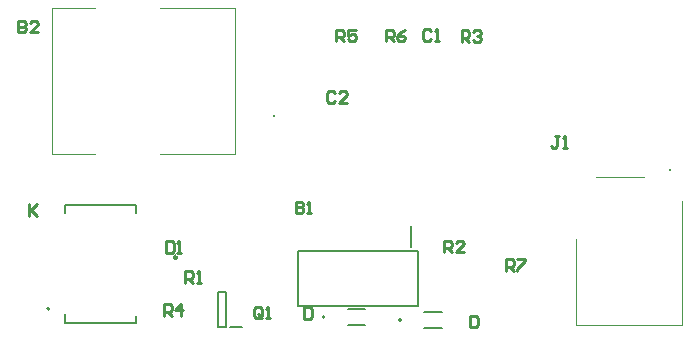
<source format=gbr>
%TF.GenerationSoftware,Altium Limited,Altium Designer,24.10.1 (45)*%
G04 Layer_Color=65535*
%FSLAX45Y45*%
%MOMM*%
%TF.SameCoordinates,B7086401-7AB7-4448-8119-44CCD126B3FB*%
%TF.FilePolarity,Positive*%
%TF.FileFunction,Legend,Top*%
%TF.Part,Single*%
G01*
G75*
%TA.AperFunction,NonConductor*%
%ADD25C,0.20000*%
%ADD26C,0.25000*%
%ADD27C,0.12700*%
%ADD28C,0.10000*%
%ADD29C,0.25400*%
D25*
X3863300Y5547100D02*
G03*
X3863300Y5547100I-10000J0D01*
G01*
X5766000Y7175000D02*
G03*
X5766000Y7185000I0J5000D01*
G01*
D02*
G03*
X5766000Y7175000I0J-5000D01*
G01*
D02*
G03*
X5766000Y7185000I0J5000D01*
G01*
X6843500Y5453000D02*
G03*
X6843500Y5453000I-10000J0D01*
G01*
X9122400Y6724700D02*
G03*
X9112400Y6724700I-5000J0D01*
G01*
D02*
G03*
X9122400Y6724700I5000J0D01*
G01*
D02*
G03*
X9112400Y6724700I-5000J0D01*
G01*
X6195800Y5478400D02*
G03*
X6195800Y5478400I-10000J0D01*
G01*
X5396900Y5392500D02*
X5496900D01*
X5361900Y5397000D02*
Y5689000D01*
X5291900D02*
X5361900D01*
X5291900Y5397000D02*
Y5689000D01*
Y5397000D02*
X5361900D01*
X6928000Y6068900D02*
Y6251400D01*
X5967000Y6033900D02*
X6987000D01*
X5967000Y5573900D02*
Y6033900D01*
Y5573900D02*
X6987000D01*
Y6033900D01*
D26*
X4944600Y5982400D02*
G03*
X4944600Y5982400I-12500J0D01*
G01*
D27*
X4597300Y5429100D02*
Y5489100D01*
X3997300Y5429100D02*
X4597300D01*
X3997300D02*
Y5500100D01*
X4597300Y6357100D02*
Y6429100D01*
X3997300D02*
X4597300D01*
X3997300Y6357100D02*
Y6429100D01*
X7038000Y5523000D02*
X7188000D01*
X7038000Y5383000D02*
X7188000D01*
X6390300Y5548400D02*
X6540300D01*
X6390300Y5408400D02*
X6540300D01*
D28*
X4801000Y6860000D02*
X5436000D01*
X4801000D02*
X5436000D01*
X4801000Y8090000D02*
X5436000D01*
X4801000D02*
X5436000D01*
X3886000D02*
X4251000D01*
X3886000D02*
X4251000D01*
X3886000Y6860000D02*
X4251000D01*
X3886000D02*
X4251000D01*
X5436000D02*
Y8090000D01*
Y6860000D02*
Y8090000D01*
X3886000Y6860000D02*
Y8090000D01*
Y6860000D02*
Y8090000D01*
X8322400Y5409700D02*
Y6134700D01*
Y5409700D02*
Y6134700D01*
Y5409700D02*
X9222400D01*
X8322400D02*
X9222400D01*
Y6459700D01*
Y5409700D02*
Y6459700D01*
X8493000Y6659700D02*
X8899400D01*
X8493000D02*
X8899400D01*
D29*
X3690620Y6331312D02*
Y6431280D01*
Y6397957D01*
X3757265Y6331312D01*
X3707281Y6381296D01*
X3757265Y6431280D01*
X6291993Y7811316D02*
Y7911284D01*
X6341977D01*
X6358638Y7894623D01*
Y7861300D01*
X6341977Y7844639D01*
X6291993D01*
X6325316D02*
X6358638Y7811316D01*
X6458606Y7911284D02*
X6391961D01*
Y7861300D01*
X6425284Y7877961D01*
X6441945D01*
X6458606Y7861300D01*
Y7827977D01*
X6441945Y7811316D01*
X6408622D01*
X6391961Y7827977D01*
X6282438Y7373923D02*
X6265777Y7390584D01*
X6232455D01*
X6215793Y7373923D01*
Y7307277D01*
X6232455Y7290616D01*
X6265777D01*
X6282438Y7307277D01*
X6382406Y7290616D02*
X6315761D01*
X6382406Y7357261D01*
Y7373923D01*
X6365745Y7390584D01*
X6332422D01*
X6315761Y7373923D01*
X3599593Y7987484D02*
Y7887516D01*
X3649577D01*
X3666238Y7904177D01*
Y7920839D01*
X3649577Y7937500D01*
X3599593D01*
X3649577D01*
X3666238Y7954161D01*
Y7970823D01*
X3649577Y7987484D01*
X3599593D01*
X3766206Y7887516D02*
X3699561D01*
X3766206Y7954161D01*
Y7970823D01*
X3749545Y7987484D01*
X3716222D01*
X3699561Y7970823D01*
X4848155Y6120584D02*
Y6020616D01*
X4898139D01*
X4914800Y6037277D01*
Y6103923D01*
X4898139Y6120584D01*
X4848155D01*
X4948122Y6020616D02*
X4981445D01*
X4964784D01*
Y6120584D01*
X4948122Y6103923D01*
X4831493Y5487216D02*
Y5587184D01*
X4881477D01*
X4898138Y5570523D01*
Y5537200D01*
X4881477Y5520539D01*
X4831493D01*
X4864816D02*
X4898138Y5487216D01*
X4981445D02*
Y5587184D01*
X4931461Y5537200D01*
X4998106D01*
X5665200Y5483177D02*
Y5549822D01*
X5648539Y5566484D01*
X5615216D01*
X5598555Y5549822D01*
Y5483177D01*
X5615216Y5466516D01*
X5648539D01*
X5631877Y5499838D02*
X5665200Y5466516D01*
X5648539D02*
X5665200Y5483177D01*
X5698523Y5466516D02*
X5731845D01*
X5715184D01*
Y5566484D01*
X5698523Y5549822D01*
X5013255Y5766616D02*
Y5866584D01*
X5063239D01*
X5079900Y5849923D01*
Y5816600D01*
X5063239Y5799939D01*
X5013255D01*
X5046577D02*
X5079900Y5766616D01*
X5113222D02*
X5146545D01*
X5129884D01*
Y5866584D01*
X5113222Y5849923D01*
X6711093Y7811316D02*
Y7911284D01*
X6761077D01*
X6777738Y7894623D01*
Y7861300D01*
X6761077Y7844639D01*
X6711093D01*
X6744416D02*
X6777738Y7811316D01*
X6877706Y7911284D02*
X6844384Y7894623D01*
X6811061Y7861300D01*
Y7827977D01*
X6827722Y7811316D01*
X6861045D01*
X6877706Y7827977D01*
Y7844639D01*
X6861045Y7861300D01*
X6811061D01*
X7206393Y6025316D02*
Y6125284D01*
X7256377D01*
X7273038Y6108622D01*
Y6075300D01*
X7256377Y6058638D01*
X7206393D01*
X7239716D02*
X7273038Y6025316D01*
X7373006D02*
X7306361D01*
X7373006Y6091961D01*
Y6108622D01*
X7356345Y6125284D01*
X7323022D01*
X7306361Y6108622D01*
X7727194Y5868216D02*
Y5968184D01*
X7777177D01*
X7793839Y5951523D01*
Y5918200D01*
X7777177Y5901539D01*
X7727194D01*
X7760516D02*
X7793839Y5868216D01*
X7827161Y5968184D02*
X7893806D01*
Y5951523D01*
X7827161Y5884877D01*
Y5868216D01*
X7422580Y5390314D02*
X7422574Y5490282D01*
X7472558Y5490285D01*
X7489220Y5473624D01*
X7489224Y5406979D01*
X7472564Y5390317D01*
X7422580Y5390314D01*
X8179405Y7011308D02*
X8146083D01*
X8162744D01*
Y6928001D01*
X8146083Y6911340D01*
X8129421D01*
X8112760Y6928001D01*
X8212728Y6911340D02*
X8246050D01*
X8229389D01*
Y7011308D01*
X8212728Y6994646D01*
X7353300Y7807960D02*
Y7907928D01*
X7403284D01*
X7419945Y7891266D01*
Y7857944D01*
X7403284Y7841283D01*
X7353300D01*
X7386623D02*
X7419945Y7807960D01*
X7453268Y7891266D02*
X7469929Y7907928D01*
X7503252D01*
X7519913Y7891266D01*
Y7874605D01*
X7503252Y7857944D01*
X7486590D01*
X7503252D01*
X7519913Y7841283D01*
Y7824621D01*
X7503252Y7807960D01*
X7469929D01*
X7453268Y7824621D01*
X6022340Y5560968D02*
Y5461000D01*
X6072324D01*
X6088985Y5477661D01*
Y5544306D01*
X6072324Y5560968D01*
X6022340D01*
X7097365Y7896346D02*
X7080704Y7913008D01*
X7047381D01*
X7030720Y7896346D01*
Y7829701D01*
X7047381Y7813040D01*
X7080704D01*
X7097365Y7829701D01*
X7130688Y7813040D02*
X7164010D01*
X7147349D01*
Y7913008D01*
X7130688Y7896346D01*
X5948680Y6455048D02*
Y6355080D01*
X5998664D01*
X6015325Y6371741D01*
Y6388403D01*
X5998664Y6405064D01*
X5948680D01*
X5998664D01*
X6015325Y6421725D01*
Y6438386D01*
X5998664Y6455048D01*
X5948680D01*
X6048648Y6355080D02*
X6081970D01*
X6065309D01*
Y6455048D01*
X6048648Y6438386D01*
%TF.MD5,0e79c7b6a87fc0bb6a4d2ed061b6caa4*%
M02*

</source>
